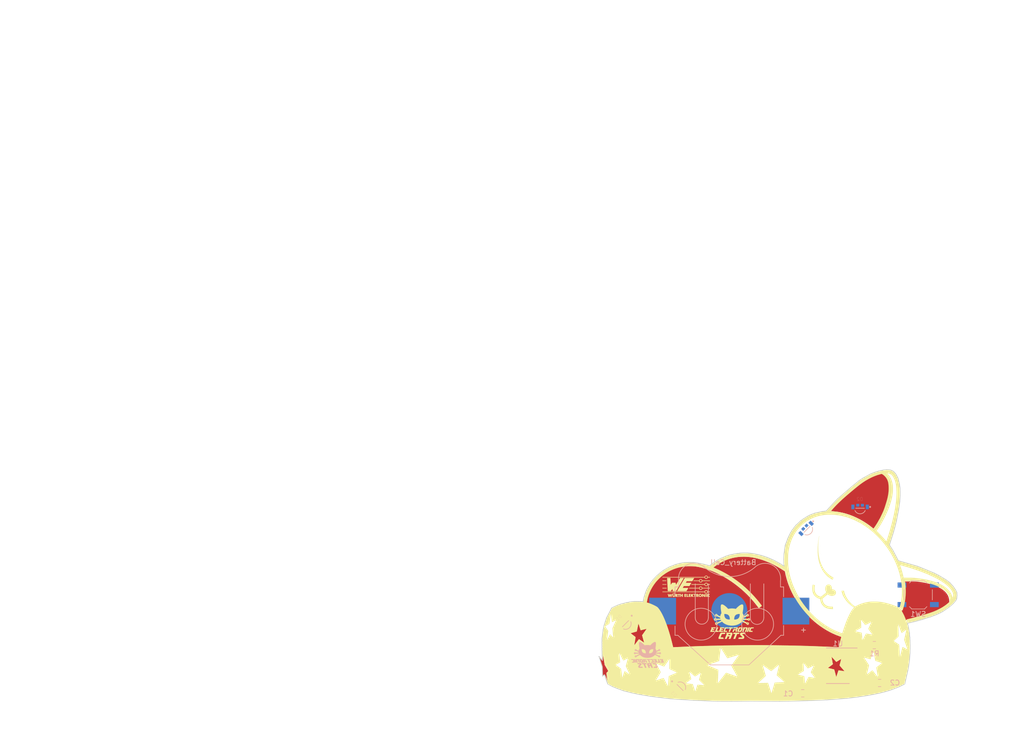
<source format=kicad_pcb>
(kicad_pcb (version 20171130) (host pcbnew "(5.1.5-0-10_14)")
  (layers (0 F.Cu signal) (31 B.Cu signal) (34 B.Paste user) (35 F.Paste user) (36 B.SilkS user) (37 F.SilkS user) (38 B.Mask user) (39 F.Mask user) (44 Edge.Cuts user))
  (net 0 "")
  (net 1 +BATT)
  (net 2 GND)
  (net 3 "Net-(C1-Pad1)")
  (net 4 /R1)
  (net 5 /G1)
  (net 6 /B1)
  (net 7 /B4)
  (net 8 /G4)
  (net 9 "Net-(D2-Pad4)")
  (net 10 /R4)
  (net 11 /B3)
  (net 12 /G2)
  (net 13 /R2)
  (net 14 /R3)
  (net 15 /G3)
  (net 16 /RST)
  (net 17 /B2)
  (net 18 "Net-(U1-Pad13)")
  (net 19 "Net-(U1-Pad14)")
  (net 20 "Net-(U1-Pad16)")
  (net 21 "Net-(U1-Pad17)")
  (net 22 /SWIM)
  (module Aesthetics:electronic_cats_logo_8x6 (layer F.Cu) (at 139.46 119.4)
    (fp_text reference G*** hide)
    (fp_text value LOGO hide)
  )
  (module Aesthetics:electronic_cats_logo_4x3 (layer B.Cu) (at 123.03 125.86 180)
    (fp_text reference G*** hide)
    (fp_text value LOGO hide)
  )
  (module BadgeSam (layer F.Cu) (at 148.44 112.36)
    (fp_text reference Ref** hide)
    (fp_text value Val** hide)
    (fp_poly (pts (xy 20.195999 -21.710211) (xy 20.276543 -21.677249) (xy 20.37697 -21.61642) (xy 20.49109 -21.533207) (xy 20.61271 -21.433091) (xy 20.735638 -21.321555) (xy 20.853681 -21.20408) (xy 20.960647 -21.086148) (xy 21.050345 -20.973242) (xy 21.084921 -20.92325) (xy 21.223217 -20.687981) (xy 21.333187 -20.45117) (xy 21.411344 -20.220983) (xy 21.441934 -20.087166) (xy 21.458117 -20.01212) (xy 21.475613 -19.952152) (xy 21.489324 -19.92243) (xy 21.498812 -19.890594) (xy 21.507965 -19.822239) (xy 21.516554 -19.723178) (xy 21.524347 -19.599226) (xy 21.531114 -19.456195) (xy 21.536624 -19.299901) (xy 21.540647 -19.136156) (xy 21.542951 -18.970775) (xy 21.543305 -18.809571) (xy 21.54148 -18.658358) (xy 21.540754 -18.626666) (xy 21.52313 -18.272559) (xy 21.48737 -17.915166) (xy 21.432433 -17.549144) (xy 21.357276 -17.16915) (xy 21.260859 -16.76984) (xy 21.142138 -16.345872) (xy 21.018694 -15.949083) (xy 20.974767 -15.812764) (xy 20.930769 -15.67495) (xy 20.890208 -15.546719) (xy 20.856594 -15.439153) (xy 20.837714 -15.377583) (xy 20.724493 -15.034307) (xy 20.583648 -14.662003) (xy 20.416101 -14.262903) (xy 20.222774 -13.839242) (xy 20.085588 -13.555525) (xy 20.028214 -13.43864) (xy 19.977852 -13.334784) (xy 19.937322 -13.249879) (xy 19.909445 -13.189845) (xy 19.897042 -13.160603) (xy 19.896666 -13.158968) (xy 19.886362 -13.134984) (xy 19.859558 -13.086482) (xy 19.827985 -13.033693) (xy 19.786797 -12.966405) (xy 19.752047 -12.90812) (xy 19.717605 -12.848088) (xy 19.677338 -12.77556) (xy 19.625116 -12.679785) (xy 19.60559 -12.643784) (xy 19.539959 -12.523343) (xy 19.484286 -12.42321) (xy 19.432796 -12.333701) (xy 19.379712 -12.245128) (xy 19.319259 -12.147807) (xy 19.245663 -12.03205) (xy 19.178435 -11.927416) (xy 19.077495 -11.771912) (xy 18.977916 -11.620772) (xy 18.882737 -11.478425) (xy 18.794997 -11.349298) (xy 18.717733 -11.23782) (xy 18.653986 -11.148417) (xy 18.606793 -11.085519) (xy 18.579192 -11.053553) (xy 18.578142 -11.052645) (xy 18.559461 -11.045902) (xy 18.531289 -11.054269) (xy 18.487903 -11.081196) (xy 18.423581 -11.130134) (xy 18.349598 -11.190432) (xy 17.770405 -11.64604) (xy 17.170372 -12.072009) (xy 16.552366 -12.466971) (xy 15.919252 -12.829556) (xy 15.273899 -13.158397) (xy 14.619173 -13.452125) (xy 13.957941 -13.709371) (xy 13.293069 -13.928769) (xy 12.627425 -14.108948) (xy 11.963875 -14.24854) (xy 11.930325 -14.254515) (xy 11.744128 -14.285211) (xy 11.538877 -14.315293) (xy 11.32256 -14.343886) (xy 11.103163 -14.370114) (xy 10.888676 -14.393101) (xy 10.687086 -14.41197) (xy 10.50638 -14.425846) (xy 10.354547 -14.433854) (xy 10.279929 -14.435481) (xy 10.261313 -14.440433) (xy 10.264708 -14.45979) (xy 10.292647 -14.500715) (xy 10.311679 -14.525256) (xy 10.519622 -14.779287) (xy 10.759214 -15.054105) (xy 11.027271 -15.34644) (xy 11.320609 -15.653025) (xy 11.636043 -15.970589) (xy 11.970388 -16.295864) (xy 12.320461 -16.62558) (xy 12.657666 -16.933619) (xy 12.817469 -17.076036) (xy 13.001454 -17.237512) (xy 13.205776 -17.414828) (xy 13.426591 -17.604765) (xy 13.660054 -17.804106) (xy 13.902321 -18.009633) (xy 14.149547 -18.218126) (xy 14.397888 -18.426367) (xy 14.6435 -18.631138) (xy 14.882538 -18.829222) (xy 15.111157 -19.017398) (xy 15.325513 -19.192449) (xy 15.521762 -19.351157) (xy 15.69606 -19.490303) (xy 15.844561 -19.606668) (xy 15.917333 -19.662436) (xy 16.476814 -20.066733) (xy 17.033927 -20.429572) (xy 17.589996 -20.751666) (xy 18.146343 -21.033728) (xy 18.704292 -21.276472) (xy 19.265166 -21.480612) (xy 19.325166 -21.500121) (xy 19.507865 -21.556954) (xy 19.679701 -21.606779) (xy 19.835674 -21.64839) (xy 19.970783 -21.680581) (xy 20.080027 -21.702144) (xy 20.158406 -21.711874) (xy 20.195999 -21.710211)) (layer F.Cu) (width 0.01))
    (fp_poly (pts (xy 25.870236 -0.772113) (xy 26.083997 -0.771652) (xy 26.264624 -0.770751) (xy 26.416717 -0.769262) (xy 26.544876 -0.767037) (xy 26.653701 -0.763927) (xy 26.747791 -0.759784) (xy 26.831746 -0.75446) (xy 26.910166 -0.747807) (xy 26.987651 -0.739677) (xy 27.0688 -0.729921) (xy 27.1145 -0.724088) (xy 27.331015 -0.695972) (xy 27.512018 -0.672099) (xy 27.664004 -0.651471) (xy 27.79347 -0.63309) (xy 27.906909 -0.615957) (xy 28.010819 -0.599075) (xy 28.111694 -0.581446) (xy 28.216029 -0.562072) (xy 28.330321 -0.539954) (xy 28.392081 -0.527782) (xy 28.951563 -0.406458) (xy 29.481189 -0.269996) (xy 29.979767 -0.118946) (xy 30.446108 0.046143) (xy 30.879018 0.224718) (xy 31.277306 0.416229) (xy 31.639782 0.620126) (xy 31.965253 0.835859) (xy 32.252527 1.062877) (xy 32.500415 1.300628) (xy 32.605804 1.419286) (xy 32.803939 1.679789) (xy 32.961605 1.942664) (xy 33.08061 2.212439) (xy 33.162762 2.493641) (xy 33.209872 2.790796) (xy 33.221393 2.959915) (xy 33.232714 3.249084) (xy 33.046165 3.412942) (xy 32.682084 3.7165) (xy 32.305837 3.997195) (xy 31.910175 4.259798) (xy 31.48785 4.509078) (xy 31.031613 4.749804) (xy 30.961582 4.784594) (xy 30.781285 4.872005) (xy 30.60352 4.954863) (xy 30.424972 5.034332) (xy 30.242327 5.111579) (xy 30.05227 5.187769) (xy 29.851485 5.264067) (xy 29.636659 5.341637) (xy 29.404476 5.421647) (xy 29.151622 5.50526) (xy 28.874783 5.593643) (xy 28.570642 5.68796) (xy 28.235887 5.789377) (xy 27.867201 5.899059) (xy 27.46127 6.018172) (xy 27.410833 6.032882) (xy 27.207498 6.091705) (xy 26.991799 6.153296) (xy 26.767605 6.216609) (xy 26.538783 6.280601) (xy 26.309202 6.344227) (xy 26.08273 6.406442) (xy 25.863236 6.466202) (xy 25.654587 6.522462) (xy 25.460652 6.574178) (xy 25.285299 6.620305) (xy 25.132397 6.659799) (xy 25.005813 6.691616) (xy 24.909417 6.71471) (xy 24.847075 6.728038) (xy 24.825392 6.731) (xy 24.804079 6.711256) (xy 24.771154 6.653691) (xy 24.727896 6.560807) (xy 24.681776 6.450542) (xy 24.570578 6.184223) (xy 24.449774 5.912316) (xy 24.325302 5.64758) (xy 24.203096 5.402776) (xy 24.130843 5.266187) (xy 23.981041 4.990352) (xy 24.085822 4.670051) (xy 24.237722 4.166299) (xy 24.360284 3.669917) (xy 24.457728 3.162796) (xy 24.498497 2.898512) (xy 24.528107 2.68221) (xy 24.551967 2.485676) (xy 24.57064 2.300092) (xy 24.58469 2.116639) (xy 24.594679 1.926499) (xy 24.601173 1.720852) (xy 24.604733 1.490879) (xy 24.605924 1.227761) (xy 24.60593 1.217084) (xy 24.604769 0.933946) (xy 24.600663 0.683645) (xy 24.593076 0.456753) (xy 24.581472 0.243842) (xy 24.565318 0.035484) (xy 24.544079 -0.177749) (xy 24.517219 -0.405285) (xy 24.511196 -0.452781) (xy 24.498192 -0.560362) (xy 24.488545 -0.652251) (xy 24.482959 -0.720652) (xy 24.482143 -0.757768) (xy 24.48318 -0.762) (xy 24.505684 -0.764007) (xy 24.566587 -0.765879) (xy 24.661956 -0.767579) (xy 24.787857 -0.769073) (xy 24.940357 -0.770324) (xy 25.115522 -0.771297) (xy 25.309418 -0.771957) (xy 25.518112 -0.772267) (xy 25.618742 -0.772282) (xy 25.870236 -0.772113)) (layer F.Cu) (width 0.01))
    (fp_poly (pts (xy -27.138677 7.313768) (xy -27.135679 7.316795) (xy -27.12568 7.340543) (xy -27.10469 7.399783) (xy -27.074337 7.489599) (xy -27.03625 7.605075) (xy -26.992055 7.741294) (xy -26.943382 7.89334) (xy -26.912611 7.990417) (xy -26.862412 8.149031) (xy -26.816225 8.294313) (xy -26.775598 8.421445) (xy -26.742078 8.525608) (xy -26.717214 8.601987) (xy -26.702554 8.645762) (xy -26.699275 8.654407) (xy -26.677966 8.651619) (xy -26.620788 8.639878) (xy -26.532972 8.620373) (xy -26.419748 8.594295) (xy -26.286347 8.562833) (xy -26.138 8.527178) (xy -26.108624 8.520044) (xy -25.957845 8.483764) (xy -25.820832 8.451557) (xy -25.702855 8.4246) (xy -25.609182 8.404072) (xy -25.545081 8.391148) (xy -25.515821 8.387007) (xy -25.514644 8.387301) (xy -25.524508 8.405939) (xy -25.556713 8.454907) (xy -25.608581 8.53039) (xy -25.677432 8.628568) (xy -25.760589 8.745625) (xy -25.855371 8.877744) (xy -25.959101 9.021107) (xy -25.968156 9.033566) (xy -26.431113 9.670387) (xy -26.230096 10.402594) (xy -26.18414 10.571395) (xy -26.142495 10.727084) (xy -26.106348 10.865011) (xy -26.076886 10.980529) (xy -26.055296 11.068988) (xy -26.042763 11.125739) (xy -26.04033 11.146052) (xy -26.05973 11.13713) (xy -26.108986 11.106367) (xy -26.183671 11.056761) (xy -26.279359 10.991308) (xy -26.391625 10.913006) (xy -26.516043 10.824852) (xy -26.541275 10.806819) (xy -26.667993 10.716537) (xy -26.783724 10.634874) (xy -26.883961 10.564947) (xy -26.964198 10.509871) (xy -27.019931 10.472763) (xy -27.046653 10.456738) (xy -27.048042 10.456334) (xy -27.064377 10.472596) (xy -27.10319 10.518839) (xy -27.161467 10.591245) (xy -27.236195 10.685996) (xy -27.324361 10.799275) (xy -27.42295 10.927264) (xy -27.516581 11.049876) (xy -27.621989 11.188142) (xy -27.719592 11.315565) (xy -27.806368 11.428248) (xy -27.879299 11.522294) (xy -27.935362 11.593807) (xy -27.97154 11.638889) (xy -27.984519 11.653601) (xy -27.992683 11.642706) (xy -27.991214 11.602686) (xy -27.990025 11.594516) (xy -27.984182 11.557919) (xy -27.972465 11.484781) (xy -27.955717 11.380361) (xy -27.934782 11.249915) (xy -27.910503 11.0987) (xy -27.883725 10.931973) (xy -27.858323 10.773865) (xy -27.737589 10.02248) (xy -28.232619 9.644082) (xy -28.363498 9.542985) (xy -28.478073 9.452397) (xy -28.57292 9.375171) (xy -28.644614 9.314161) (xy -28.68973 9.27222) (xy -28.704843 9.252201) (xy -28.704229 9.251211) (xy -28.678531 9.241909) (xy -28.617424 9.22274) (xy -28.526251 9.195288) (xy -28.410356 9.161141) (xy -28.275085 9.121884) (xy -28.125782 9.079104) (xy -28.091327 9.069304) (xy -27.501846 8.901873) (xy -27.359057 8.245062) (xy -27.310703 8.022707) (xy -27.270509 7.838263) (xy -27.237643 7.688272) (xy -27.211272 7.569276) (xy -27.190566 7.477818) (xy -27.174691 7.410441) (xy -27.162816 7.363688) (xy -27.15411 7.334102) (xy -27.147739 7.318224) (xy -27.142872 7.312599) (xy -27.138677 7.313768)) (layer F.Cu) (width 0.01))
    (fp_poly (pts (xy -5.999572 -5.554202) (xy -5.346284 -5.484963) (xy -4.98721 -5.43002) (xy -4.334467 -5.299984) (xy -3.672478 -5.129703) (xy -3.002954 -4.919822) (xy -2.327604 -4.670988) (xy -1.64814 -4.383846) (xy -0.96627 -4.059042) (xy -0.283706 -3.697222) (xy -0.052917 -3.56654) (xy 0.090889 -3.482575) (xy 0.253573 -3.385543) (xy 0.427088 -3.280413) (xy 0.603387 -3.172155) (xy 0.774425 -3.065739) (xy 0.932156 -2.966134) (xy 1.068534 -2.878311) (xy 1.166261 -2.813521) (xy 1.284773 -2.733264) (xy 1.332791 -2.47259) (xy 1.390506 -2.188412) (xy 1.463606 -1.875593) (xy 1.549371 -1.543762) (xy 1.645083 -1.202548) (xy 1.748025 -0.861578) (xy 1.855478 -0.530481) (xy 1.964725 -0.218884) (xy 1.982987 -0.169333) (xy 2.298854 0.620507) (xy 2.653519 1.393662) (xy 3.046633 2.149556) (xy 3.477846 2.887612) (xy 3.946809 3.607256) (xy 4.453171 4.30791) (xy 4.996583 4.988999) (xy 5.395385 5.44996) (xy 5.894747 5.983384) (xy 6.420213 6.496363) (xy 6.968689 6.986808) (xy 7.537087 7.45263) (xy 8.122313 7.891739) (xy 8.721278 8.302048) (xy 9.33089 8.681468) (xy 9.948057 9.027909) (xy 10.569688 9.339283) (xy 11.192693 9.613502) (xy 11.813979 9.848476) (xy 11.995371 9.909629) (xy 12.096518 9.944191) (xy 12.181497 9.975931) (xy 12.243004 10.001914) (xy 12.273732 10.0192) (xy 12.275872 10.022417) (xy 12.271092 10.046615) (xy 12.257051 10.107813) (xy 12.234733 10.201936) (xy 12.205127 10.324908) (xy 12.169217 10.472655) (xy 12.127991 10.641102) (xy 12.082434 10.826175) (xy 12.033533 11.023799) (xy 12.03122 11.033125) (xy 11.785688 12.022667) (xy 11.655469 12.022462) (xy 11.588667 12.021128) (xy 11.490488 12.017586) (xy 11.371803 12.012301) (xy 11.243484 12.005738) (xy 11.176 12.001942) (xy 11.019178 11.993255) (xy 10.824925 11.983219) (xy 10.59811 11.972057) (xy 10.343605 11.959989) (xy 10.066281 11.947239) (xy 9.771011 11.934028) (xy 9.462665 11.920579) (xy 9.146116 11.907113) (xy 8.826233 11.893851) (xy 8.625416 11.885711) (xy 4.994559 11.760584) (xy 1.356342 11.676488) (xy -2.286127 11.633437) (xy -5.929742 11.631442) (xy -9.571395 11.670518) (xy -13.207978 11.750676) (xy -14.5415 11.790427) (xy -14.928281 11.803055) (xy -15.330007 11.816714) (xy -15.742369 11.831231) (xy -16.16106 11.846434) (xy -16.581771 11.862151) (xy -17.000195 11.878208) (xy -17.412023 11.894433) (xy -17.812946 11.910653) (xy -18.198657 11.926696) (xy -18.564848 11.942389) (xy -18.90721 11.957559) (xy -19.221436 11.972033) (xy -19.503216 11.98564) (xy -19.748244 11.998206) (xy -19.812 12.001641) (xy -19.94377 12.008431) (xy -20.07084 12.014255) (xy -20.182991 12.018698) (xy -20.270007 12.021345) (xy -20.309417 12.021905) (xy -20.436417 12.021956) (xy -20.64228 11.1897) (xy -20.815872 10.510767) (xy -20.994165 9.858032) (xy -21.176666 9.232712) (xy -21.362884 8.636025) (xy -21.552324 8.069189) (xy -21.744495 7.533419) (xy -21.938904 7.029934) (xy -22.135058 6.55995) (xy -22.332465 6.124685) (xy -22.530632 5.725357) (xy -22.729066 5.363181) (xy -22.927275 5.039376) (xy -23.124766 4.755159) (xy -23.321047 4.511746) (xy -23.364747 4.462995) (xy -23.430051 4.397968) (xy -23.497249 4.341146) (xy -23.552096 4.304543) (xy -23.553396 4.303886) (xy -23.605197 4.275814) (xy -23.680917 4.232045) (xy -23.768701 4.179518) (xy -23.825792 4.144475) (xy -24.109556 3.982045) (xy -24.423221 3.826851) (xy -24.754396 3.684304) (xy -25.090687 3.559817) (xy -25.353633 3.47728) (xy -25.46664 3.445486) (xy -25.546234 3.42033) (xy -25.596881 3.394197) (xy -25.623049 3.35947) (xy -25.629204 3.308531) (xy -25.619813 3.233766) (xy -25.599342 3.127558) (xy -25.589236 3.075533) (xy -25.498246 2.657491) (xy -25.38489 2.235387) (xy -25.252473 1.819116) (xy -25.104299 1.418573) (xy -24.943674 1.043653) (xy -24.837797 0.8255) (xy -24.554404 0.31659) (xy -24.236933 -0.168623) (xy -23.887236 -0.628833) (xy -23.507162 -1.062733) (xy -23.098563 -1.469013) (xy -22.66329 -1.846368) (xy -22.203194 -2.193489) (xy -21.720125 -2.509069) (xy -21.215934 -2.791801) (xy -20.692472 -3.040377) (xy -20.151591 -3.25349) (xy -19.59514 -3.429832) (xy -19.024971 -3.568096) (xy -18.486723 -3.660986) (xy -18.216754 -3.695184) (xy -17.961022 -3.719799) (xy -17.706957 -3.735509) (xy -17.44199 -3.74299) (xy -17.153552 -3.742919) (xy -17.009537 -3.740538) (xy -16.6325 -3.726768) (xy -16.277686 -3.700697) (xy -15.933043 -3.660676) (xy -15.586519 -3.60506) (xy -15.226062 -3.532202) (xy -14.871209 -3.448387) (xy -14.155767 -3.249415) (xy -13.43686 -3.00998) (xy -12.716775 -2.731562) (xy -11.997798 -2.41564) (xy -11.282216 -2.063692) (xy -10.572315 -1.677197) (xy -9.870381 -1.257633) (xy -9.178701 -0.80648) (xy -8.499562 -0.325217) (xy -7.835249 0.184679) (xy -7.188049 0.721728) (xy -6.560248 1.284451) (xy -5.954133 1.871369) (xy -5.37199 2.481004) (xy -4.924191 2.9851) (xy -4.808474 3.121455) (xy -4.681445 3.274162) (xy -4.547765 3.437368) (xy -4.412094 3.605222) (xy -4.279092 3.771875) (xy -4.15342 3.931473) (xy -4.039738 4.078168) (xy -3.942706 4.206106) (xy -3.866985 4.309438) (xy -3.848653 4.335437) (xy -3.81441 4.384624) (xy -3.548133 4.188823) (xy -3.44024 4.107279) (xy -3.361206 4.042743) (xy -3.313166 3.997086) (xy -3.298255 3.972183) (xy -3.299045 3.970303) (xy -3.31682 3.946731) (xy -3.355649 3.895191) (xy -3.411125 3.821536) (xy -3.478839 3.731618) (xy -3.547242 3.640774) (xy -4.116459 2.918883) (xy -4.721588 2.216683) (xy -5.359916 1.536541) (xy -6.028727 0.880825) (xy -6.725308 0.251902) (xy -7.446945 -0.34786) (xy -8.190923 -0.916093) (xy -8.954529 -1.45043) (xy -9.735047 -1.948504) (xy -10.397968 -2.335009) (xy -10.737655 -2.520017) (xy -11.092543 -2.704711) (xy -11.452733 -2.884265) (xy -11.808327 -3.053852) (xy -12.149427 -3.208647) (xy -12.466134 -3.343823) (xy -12.472256 -3.346336) (xy -12.560998 -3.384112) (xy -12.632621 -3.417234) (xy -12.679592 -3.442033) (xy -12.694506 -3.454588) (xy -12.673628 -3.478747) (xy -12.62327 -3.522882) (xy -12.548804 -3.58294) (xy -12.455602 -3.654866) (xy -12.349035 -3.734608) (xy -12.234475 -3.81811) (xy -12.117294 -3.901319) (xy -12.002864 -3.980181) (xy -11.959167 -4.009533) (xy -11.417867 -4.345452) (xy -10.863042 -4.64133) (xy -10.295209 -4.89706) (xy -9.714884 -5.112538) (xy -9.122585 -5.287658) (xy -8.518829 -5.422314) (xy -7.904133 -5.516402) (xy -7.279013 -5.569817) (xy -6.643987 -5.582452) (xy -5.999572 -5.554202)) (layer F.Cu) (width 0.01))
    (fp_poly (pts (xy 10.357521 13.781264) (xy 10.373314 13.799331) (xy 10.413183 13.844454) (xy 10.473066 13.912058) (xy 10.548899 13.997571) (xy 10.63662 14.09642) (xy 10.732167 14.204031) (xy 10.831477 14.315833) (xy 10.930487 14.427251) (xy 11.025134 14.533713) (xy 11.111356 14.630647) (xy 11.18509 14.713477) (xy 11.242274 14.777633) (xy 11.278844 14.818541) (xy 11.290209 14.831115) (xy 11.3067 14.833389) (xy 11.341747 14.821441) (xy 11.398436 14.793594) (xy 11.479852 14.748172) (xy 11.58908 14.683498) (xy 11.729205 14.597894) (xy 11.800416 14.553804) (xy 11.945548 14.464759) (xy 12.069485 14.390928) (xy 12.169197 14.334005) (xy 12.241653 14.295684) (xy 12.283824 14.27766) (xy 12.293696 14.278004) (xy 12.290176 14.304514) (xy 12.277091 14.36664) (xy 12.255711 14.45907) (xy 12.227303 14.576495) (xy 12.193136 14.713605) (xy 12.154478 14.865091) (xy 12.141518 14.915148) (xy 12.101192 15.070737) (xy 12.064202 15.214145) (xy 12.031934 15.339943) (xy 12.005773 15.442702) (xy 11.987107 15.516994) (xy 11.977321 15.557391) (xy 11.976321 15.562108) (xy 11.98885 15.588425) (xy 12.029772 15.643636) (xy 12.097901 15.726348) (xy 12.192056 15.835166) (xy 12.311052 15.968696) (xy 12.453705 16.125544) (xy 12.467166 16.140214) (xy 12.583827 16.267627) (xy 12.691182 16.38556) (xy 12.785901 16.490302) (xy 12.864656 16.578141) (xy 12.924114 16.645368) (xy 12.960947 16.68827) (xy 12.971946 16.702737) (xy 12.960811 16.714554) (xy 12.929613 16.711815) (xy 12.895576 16.705347) (xy 12.826007 16.693313) (xy 12.727187 16.676758) (xy 12.605399 16.656725) (xy 12.466924 16.634259) (xy 12.35075 16.615618) (xy 12.203769 16.59202) (xy 12.068717 16.570097) (xy 11.951835 16.55088) (xy 11.859367 16.535403) (xy 11.797554 16.524697) (xy 11.774534 16.520301) (xy 11.761132 16.519187) (xy 11.748223 16.525002) (xy 11.734215 16.541701) (xy 11.717517 16.573239) (xy 11.696536 16.623571) (xy 11.669681 16.69665) (xy 11.63536 16.796433) (xy 11.591981 16.926874) (xy 11.537951 17.091927) (xy 11.510408 17.176492) (xy 11.458211 17.335866) (xy 11.409848 17.481596) (xy 11.366926 17.608993) (xy 11.33105 17.713369) (xy 11.303826 17.790033) (xy 11.28686 17.834298) (xy 11.281988 17.8435) (xy 11.274469 17.823705) (xy 11.25804 17.767352) (xy 11.233906 17.678992) (xy 11.203268 17.563176) (xy 11.167332 17.424454) (xy 11.1273 17.267376) (xy 11.084375 17.096493) (xy 11.083218 17.091854) (xy 11.034367 16.896311) (xy 10.994405 16.737871) (xy 10.962063 16.612536) (xy 10.936074 16.516314) (xy 10.915168 16.445207) (xy 10.898079 16.395222) (xy 10.883537 16.362363) (xy 10.870275 16.342635) (xy 10.857024 16.332043) (xy 10.842517 16.326591) (xy 10.840103 16.325957) (xy 10.805142 16.317475) (xy 10.73497 16.300828) (xy 10.635607 16.27743) (xy 10.513079 16.248697) (xy 10.373406 16.216044) (xy 10.22461 16.18135) (xy 10.077066 16.146358) (xy 9.943697 16.113511) (xy 9.829879 16.084232) (xy 9.74099 16.059942) (xy 9.682407 16.042066) (xy 9.659508 16.032026) (xy 9.659404 16.031789) (xy 9.674419 16.014819) (xy 9.719503 15.976494) (xy 9.790349 15.920169) (xy 9.882652 15.849197) (xy 9.992103 15.766931) (xy 10.114398 15.676725) (xy 10.130072 15.665278) (xy 10.254352 15.574332) (xy 10.367183 15.491228) (xy 10.464101 15.419296) (xy 10.540644 15.361867) (xy 10.592351 15.32227) (xy 10.614758 15.303835) (xy 10.615248 15.303233) (xy 10.613464 15.279763) (xy 10.604358 15.219507) (xy 10.588772 15.127216) (xy 10.567548 15.007642) (xy 10.541531 14.865537) (xy 10.511562 14.705653) (xy 10.479749 14.539288) (xy 10.440187 14.333431) (xy 10.408411 14.165769) (xy 10.383886 14.03299) (xy 10.366079 13.931782) (xy 10.354456 13.858833) (xy 10.348482 13.81083) (xy 10.347623 13.784462) (xy 10.351346 13.776415) (xy 10.357521 13.781264)) (layer F.Cu) (width 0.01))
    (fp_poly (pts (xy -34.081162 13.362068) (xy -34.077233 13.385609) (xy -34.067041 13.446847) (xy -34.051262 13.54172) (xy -34.030571 13.666165) (xy -34.005643 13.816118) (xy -33.977154 13.987518) (xy -33.94578 14.1763) (xy -33.912196 14.378402) (xy -33.906976 14.409818) (xy -33.735618 15.441084) (xy -33.388393 16.035345) (xy -33.304486 16.179544) (xy -33.22788 16.31234) (xy -33.161103 16.429263) (xy -33.106684 16.525838) (xy -33.06715 16.597593) (xy -33.045029 16.640054) (xy -33.041167 16.649646) (xy -33.055375 16.671563) (xy -33.094058 16.716418) (xy -33.151304 16.777672) (xy -33.221084 16.848667) (xy -33.291342 16.921653) (xy -33.348755 16.987185) (xy -33.387309 17.037986) (xy -33.401 17.06639) (xy -33.397714 17.095134) (xy -33.388329 17.161031) (xy -33.373562 17.259451) (xy -33.354128 17.385766) (xy -33.330741 17.535345) (xy -33.304117 17.70356) (xy -33.27497 17.885782) (xy -33.262421 17.963681) (xy -33.232774 18.148907) (xy -33.205733 18.32085) (xy -33.18196 18.475086) (xy -33.162113 18.607191) (xy -33.146855 18.712741) (xy -33.136843 18.787313) (xy -33.132738 18.826483) (xy -33.132974 18.831363) (xy -33.145481 18.820727) (xy -33.162985 18.782397) (xy -33.163416 18.781206) (xy -33.175978 18.746178) (xy -33.200745 18.677057) (xy -33.235652 18.579603) (xy -33.278636 18.45958) (xy -33.327632 18.322749) (xy -33.380578 18.174874) (xy -33.385546 18.161) (xy -33.441589 18.005491) (xy -33.496743 17.854337) (xy -33.548339 17.714707) (xy -33.593712 17.59377) (xy -33.630193 17.498695) (xy -33.654367 17.438425) (xy -33.722369 17.276767) (xy -33.905092 17.389587) (xy -33.982152 17.435933) (xy -34.044878 17.471335) (xy -34.085325 17.491445) (xy -34.096112 17.494111) (xy -34.09831 17.471837) (xy -34.101082 17.411784) (xy -34.104298 17.318505) (xy -34.107829 17.196548) (xy -34.111547 17.050464) (xy -34.115323 16.884803) (xy -34.119028 16.704115) (xy -34.120187 16.643366) (xy -34.135968 15.800917) (xy -34.436847 14.842673) (xy -34.497233 14.649484) (xy -34.553287 14.46847) (xy -34.603797 14.303662) (xy -34.647552 14.159093) (xy -34.683342 14.038796) (xy -34.709954 13.946802) (xy -34.726179 13.887144) (xy -34.730822 13.863903) (xy -34.717124 13.874367) (xy -34.682438 13.914861) (xy -34.630268 13.98089) (xy -34.564118 14.067954) (xy -34.487493 14.171557) (xy -34.438167 14.239482) (xy -34.152417 14.635588) (xy -34.138911 14.435086) (xy -34.133755 14.339858) (xy -34.12888 14.216233) (xy -34.124746 14.078148) (xy -34.121811 13.939539) (xy -34.121182 13.895917) (xy -34.118763 13.783985) (xy -34.114573 13.672906) (xy -34.10909 13.569047) (xy -34.102791 13.478776) (xy -34.096154 13.408462) (xy -34.089655 13.364472) (xy -34.083773 13.353175) (xy -34.081162 13.362068)) (layer F.Cu) (width 0.01))
  )
  (module Aesthetics:wurth_4x4 (layer F.Cu) (at 130.556 112.522)
    (fp_text reference G*** hide)
    (fp_text value LOGO hide)
  )
  (module LOGO (layer F.Cu) (at 0 0)
    (fp_text reference G*** hide)
    (fp_text value LOGO hide)
  )
  (module BadgeSam:79523141 (layer B.Cu) (at 138.938 117.348 180)
    (fp_text reference BT1 hide)
    (fp_text value Battery_Cell (at 3.81 8.89 180) (layer B.SilkS) (effects (justify right bottom mirror)))
    (fp_text user + (at -13.7 -4.2 180) (layer B.SilkS) (effects (justify right bottom mirror)))
    (pad 1 smd rect (at -12.95 0) (size 5.2 5.2) (layers B.Cu B.Paste B.Mask) (net 1 +BATT))
    (pad 2 smd circle (at 0 0 180) (size 7 7) (layers B.Cu B.Paste B.Mask) (net 2 GND))
    (pad 1 smd rect (at 12.95 0 180) (size 5.2 5.2) (layers B.Cu B.Paste B.Mask) (net 1 +BATT))
  )
  (module Capacitor_SMD:C_0805_2012Metric_Pad1.15x1.40mm_HandSolder (layer B.Cu) (at 153.205 133.33 180)
    (fp_text reference C1 (at 2.84 -0.06) (layer B.SilkS) (effects (justify mirror)))
    (fp_text value 1uF)
    (pad 2 smd roundrect (at 1.025 0 180) (size 1.15 1.4) (layers B.Cu B.Paste B.Mask) (roundrect_rratio 0.217391) (net 2 GND))
    (pad 1 smd roundrect (at -1.025 0 180) (size 1.15 1.4) (layers B.Cu B.Paste B.Mask) (roundrect_rratio 0.217391) (net 3 "Net-(C1-Pad1)"))
  )
  (module Capacitor_SMD:C_0805_2012Metric_Pad1.15x1.40mm_HandSolder (layer B.Cu) (at 168.148 131.318)
    (fp_text reference C2 (at 2.975 -0.04 180) (layer B.SilkS) (effects (justify mirror)))
    (fp_text value 0.1uF)
    (pad 1 smd roundrect (at -1.025 0) (size 1.15 1.4) (layers B.Cu B.Paste B.Mask) (roundrect_rratio 0.217391) (net 1 +BATT))
    (pad 2 smd roundrect (at 1.025 0) (size 1.15 1.4) (layers B.Cu B.Paste B.Mask) (roundrect_rratio 0.217391) (net 2 GND))
  )
  (module BadgeSam:LED_155124M173200 (layer B.Cu) (at 118.59 119.62 225)
    (fp_text reference D1 (at 0.082103 1.508371 45) (layer B.SilkS) (effects (font (size 0.640835 0.640835) (thickness 0.015)) (justify mirror)))
    (fp_text value LED_RGBA)
    (pad 1 smd rect (at -1.4 0 225) (size 0.6 0.9) (layers B.Cu B.Paste B.Mask) (net 4 /R1))
    (pad 4 smd rect (at 1.4 0 225) (size 0.6 0.9) (layers B.Cu B.Paste B.Mask) (net 1 +BATT))
    (pad 2 smd rect (at -0.45 0.325 225) (size 0.6 0.55) (layers B.Cu B.Paste B.Mask) (net 5 /G1))
    (pad 3 smd rect (at 0.45 0.325 225) (size 0.6 0.55) (layers B.Cu B.Paste B.Mask) (net 6 /B1))
  )
  (module BadgeSam:LED_155124M173200 (layer B.Cu) (at 164.35 97.1 180)
    (fp_text reference D2 (at 0.082103 1.508371) (layer B.SilkS) (effects (font (size 0.640835 0.640835) (thickness 0.015)) (justify mirror)))
    (fp_text value LED_RGBA)
    (pad 3 smd rect (at 0.45 0.325 180) (size 0.6 0.55) (layers B.Cu B.Paste B.Mask) (net 7 /B4))
    (pad 2 smd rect (at -0.45 0.325 180) (size 0.6 0.55) (layers B.Cu B.Paste B.Mask) (net 8 /G4))
    (pad 4 smd rect (at 1.4 0 180) (size 0.6 0.9) (layers B.Cu B.Paste B.Mask) (net 9 "Net-(D2-Pad4)"))
    (pad 1 smd rect (at -1.4 0 180) (size 0.6 0.9) (layers B.Cu B.Paste B.Mask) (net 10 /R4))
  )
  (module BadgeSam:LED_155124M173200 (layer B.Cu) (at 129.190051 132.380051 315)
    (fp_text reference D3 (at 0.082103 1.508371 135) (layer B.SilkS) (effects (font (size 0.640835 0.640835) (thickness 0.015)) (justify mirror)))
    (fp_text value LED_RGBA)
    (pad 3 smd rect (at 0.45 0.325 315) (size 0.6 0.55) (layers B.Cu B.Paste B.Mask) (net 11 /B3))
    (pad 2 smd rect (at -0.45 0.325 315) (size 0.6 0.55) (layers B.Cu B.Paste B.Mask) (net 12 /G2))
    (pad 4 smd rect (at 1.4 0 315) (size 0.6 0.9) (layers B.Cu B.Paste B.Mask) (net 1 +BATT))
    (pad 1 smd rect (at -1.4 0 315) (size 0.6 0.9) (layers B.Cu B.Paste B.Mask) (net 13 /R2))
  )
  (module BadgeSam:LED_155124M173200 (layer B.Cu) (at 153.851612 101.278008 225)
    (fp_text reference D4 (at 0.082103 1.508371 225) (layer B.SilkS) (effects (font (size 0.640835 0.640835) (thickness 0.015)) (justify mirror)))
    (fp_text value LED_RGBA)
    (pad 1 smd rect (at -1.4 0 225) (size 0.6 0.9) (layers B.Cu B.Paste B.Mask) (net 14 /R3))
    (pad 4 smd rect (at 1.4 0 225) (size 0.6 0.9) (layers B.Cu B.Paste B.Mask) (net 1 +BATT))
    (pad 2 smd rect (at -0.45 0.325 225) (size 0.6 0.55) (layers B.Cu B.Paste B.Mask) (net 15 /G3))
    (pad 3 smd rect (at 0.45 0.325 225) (size 0.6 0.55) (layers B.Cu B.Paste B.Mask) (net 11 /B3))
  )
  (module Resistor_SMD:R_0805_2012Metric_Pad1.15x1.40mm_HandSolder (layer B.Cu) (at 167.123 123.952)
    (fp_text reference R1 (at 0 1.65) (layer B.SilkS) (effects (justify mirror)))
    (fp_text value 10K)
    (pad 2 smd roundrect (at 1.025 0) (size 1.15 1.4) (layers B.Cu B.Paste B.Mask) (roundrect_rratio 0.217391) (net 16 /RST))
    (pad 1 smd roundrect (at -1.025 0) (size 1.15 1.4) (layers B.Cu B.Paste B.Mask) (roundrect_rratio 0.217391) (net 1 +BATT))
  )
  (module Button_Switch_SMD:SW_SPST_TL3342 (layer B.Cu) (at 175.64 114.18)
    (fp_text reference SW1 (at 0 3.75) (layer B.SilkS) (effects (justify mirror)))
    (fp_text value RESET)
    (pad 1 smd rect (at -3.15 1.9) (size 1.7 1) (layers B.Cu B.Paste B.Mask) (net 16 /RST))
    (pad 1 smd rect (at 3.15 1.9) (size 1.7 1) (layers B.Cu B.Paste B.Mask) (net 16 /RST))
    (pad 2 smd rect (at -3.15 -1.9) (size 1.7 1) (layers B.Cu B.Paste B.Mask) (net 2 GND))
    (pad 2 smd rect (at 3.15 -1.9) (size 1.7 1) (layers B.Cu B.Paste B.Mask) (net 2 GND))
  )
  (module Package_SO:TSSOP-20_4.4x6.5mm_P0.65mm (layer B.Cu) (at 160.03 127.97 180)
    (fp_text reference U1 (at 0 4.3) (layer B.SilkS) (effects (justify mirror)))
    (fp_text value STM8S003F3P)
    (pad 1 smd rect (at -2.95 2.925 180) (size 1.45 0.45) (layers B.Cu B.Paste B.Mask) (net 8 /G4))
    (pad 2 smd rect (at -2.95 2.275 180) (size 1.45 0.45) (layers B.Cu B.Paste B.Mask) (net 7 /B4))
    (pad 3 smd rect (at -2.95 1.625 180) (size 1.45 0.45) (layers B.Cu B.Paste B.Mask) (net 10 /R4))
    (pad 4 smd rect (at -2.95 0.975 180) (size 1.45 0.45) (layers B.Cu B.Paste B.Mask) (net 16 /RST))
    (pad 5 smd rect (at -2.95 0.325 180) (size 1.45 0.45) (layers B.Cu B.Paste B.Mask) (net 5 /G1))
    (pad 6 smd rect (at -2.95 -0.325 180) (size 1.45 0.45) (layers B.Cu B.Paste B.Mask) (net 6 /B1))
    (pad 7 smd rect (at -2.95 -0.975 180) (size 1.45 0.45) (layers B.Cu B.Paste B.Mask) (net 2 GND))
    (pad 8 smd rect (at -2.95 -1.625 180) (size 1.45 0.45) (layers B.Cu B.Paste B.Mask) (net 3 "Net-(C1-Pad1)"))
    (pad 9 smd rect (at -2.95 -2.275 180) (size 1.45 0.45) (layers B.Cu B.Paste B.Mask) (net 1 +BATT))
    (pad 10 smd rect (at -2.95 -2.925 180) (size 1.45 0.45) (layers B.Cu B.Paste B.Mask) (net 4 /R1))
    (pad 11 smd rect (at 2.95 -2.925 180) (size 1.45 0.45) (layers B.Cu B.Paste B.Mask) (net 17 /B2))
    (pad 12 smd rect (at 2.95 -2.275 180) (size 1.45 0.45) (layers B.Cu B.Paste B.Mask) (net 12 /G2))
    (pad 13 smd rect (at 2.95 -1.625 180) (size 1.45 0.45) (layers B.Cu B.Paste B.Mask) (net 18 "Net-(U1-Pad13)"))
    (pad 14 smd rect (at 2.95 -0.975 180) (size 1.45 0.45) (layers B.Cu B.Paste B.Mask) (net 19 "Net-(U1-Pad14)"))
    (pad 15 smd rect (at 2.95 -0.325 180) (size 1.45 0.45) (layers B.Cu B.Paste B.Mask) (net 13 /R2))
    (pad 16 smd rect (at 2.95 0.325 180) (size 1.45 0.45) (layers B.Cu B.Paste B.Mask) (net 20 "Net-(U1-Pad16)"))
    (pad 17 smd rect (at 2.95 0.975 180) (size 1.45 0.45) (layers B.Cu B.Paste B.Mask) (net 21 "Net-(U1-Pad17)"))
    (pad 18 smd rect (at 2.95 1.625 180) (size 1.45 0.45) (layers B.Cu B.Paste B.Mask) (net 22 /SWIM))
    (pad 19 smd rect (at 2.95 2.275 180) (size 1.45 0.45) (layers B.Cu B.Paste B.Mask) (net 11 /B3))
    (pad 20 smd rect (at 2.95 2.925 180) (size 1.45 0.45) (layers B.Cu B.Paste B.Mask) (net 14 /R3))
  )
  (gr_line (start 127.31 108.75) (end 128.47 108.29) (layer Edge.Cuts) (width 0.15))
  (gr_line (start 126.66 109.11) (end 127.31 108.75) (layer Edge.Cuts) (width 0.15))
  (gr_line (start 126.08 109.45) (end 126.66 109.11) (layer Edge.Cuts) (width 0.15))
  (gr_line (start 125.51 109.9) (end 126.08 109.45) (layer Edge.Cuts) (width 0.15))
  (gr_line (start 124.81 110.51) (end 125.51 109.9) (layer Edge.Cuts) (width 0.15))
  (gr_line (start 124.14 111.21) (end 124.81 110.51) (layer Edge.Cuts) (width 0.15))
  (gr_line (start 123.52 112.04) (end 124.14 111.21) (layer Edge.Cuts) (width 0.15))
  (gr_line (start 123.19 112.62) (end 123.52 112.04) (layer Edge.Cuts) (width 0.15))
  (gr_line (start 122.94 113.06) (end 123.19 112.62) (layer Edge.Cuts) (width 0.15))
  (gr_line (start 122.74 113.5) (end 122.94 113.06) (layer Edge.Cuts) (width 0.15))
  (gr_line (start 122.56 114.03) (end 122.74 113.5) (layer Edge.Cuts) (width 0.15))
  (gr_line (start 122.37 114.64) (end 122.56 114.03) (layer Edge.Cuts) (width 0.15))
  (gr_line (start 122.17 115.52) (end 122.37 114.64) (layer Edge.Cuts) (width 0.15))
  (gr_line (start 121.73 115.48) (end 122.17 115.52) (layer Edge.Cuts) (width 0.15))
  (gr_line (start 121.31 115.48) (end 121.73 115.48) (layer Edge.Cuts) (width 0.15))
  (gr_line (start 120.83 115.47) (end 121.31 115.48) (layer Edge.Cuts) (width 0.15))
  (gr_line (start 120.45 115.48) (end 120.83 115.47) (layer Edge.Cuts) (width 0.15))
  (gr_line (start 119.99 115.52) (end 120.45 115.48) (layer Edge.Cuts) (width 0.15))
  (gr_line (start 119.53 115.59) (end 119.99 115.52) (layer Edge.Cuts) (width 0.15))
  (gr_line (start 118.98 115.69) (end 119.53 115.59) (layer Edge.Cuts) (width 0.15))
  (gr_line (start 118.4 115.84) (end 118.98 115.69) (layer Edge.Cuts) (width 0.15))
  (gr_line (start 117.89 115.97) (end 118.4 115.84) (layer Edge.Cuts) (width 0.15))
  (gr_line (start 117.15 116.22) (end 117.89 115.97) (layer Edge.Cuts) (width 0.15))
  (gr_line (start 116.09 116.72) (end 117.15 116.22) (layer Edge.Cuts) (width 0.15))
  (gr_line (start 115.09 118.62) (end 116.09 116.72) (layer Edge.Cuts) (width 0.15))
  (gr_line (start 114.82 119.44) (end 115.09 118.62) (layer Edge.Cuts) (width 0.15))
  (gr_line (start 114.6 120.12) (end 114.82 119.44) (layer Edge.Cuts) (width 0.15))
  (gr_line (start 114.41 120.99) (end 114.6 120.12) (layer Edge.Cuts) (width 0.15))
  (gr_line (start 114.23 122.43) (end 114.41 120.99) (layer Edge.Cuts) (width 0.15))
  (gr_line (start 114.19 122.77) (end 114.23 122.43) (layer Edge.Cuts) (width 0.15))
  (gr_line (start 114.18 123.43) (end 114.19 122.77) (layer Edge.Cuts) (width 0.15))
  (gr_line (start 114.19 123.92) (end 114.18 123.43) (layer Edge.Cuts) (width 0.15))
  (gr_line (start 114.19 124.41) (end 114.19 123.92) (layer Edge.Cuts) (width 0.15))
  (gr_line (start 114.2 124.88) (end 114.19 124.41) (layer Edge.Cuts) (width 0.15))
  (gr_line (start 114.23 126.03) (end 114.2 124.88) (layer Edge.Cuts) (width 0.15))
  (gr_line (start 114.26 126.92) (end 114.23 126.03) (layer Edge.Cuts) (width 0.15))
  (gr_line (start 113.6 126.15) (end 114.26 126.92) (layer Edge.Cuts) (width 0.15))
  (gr_line (start 114.24 128.18) (end 113.6 126.15) (layer Edge.Cuts) (width 0.15))
  (gr_line (start 114.3 129.97) (end 114.24 128.18) (layer Edge.Cuts) (width 0.15))
  (gr_line (start 114.37 129.93) (end 114.3 129.97) (layer Edge.Cuts) (width 0.15))
  (gr_line (start 114.69 129.72) (end 114.37 129.93) (layer Edge.Cuts) (width 0.15))
  (gr_line (start 115.12 131.02) (end 114.69 129.72) (layer Edge.Cuts) (width 0.15))
  (gr_line (start 115.32 131.52) (end 115.12 131.02) (layer Edge.Cuts) (width 0.15))
  (gr_line (start 116.21 132.01) (end 115.32 131.52) (layer Edge.Cuts) (width 0.15))
  (gr_line (start 117.02 132.34) (end 116.21 132.01) (layer Edge.Cuts) (width 0.15))
  (gr_line (start 117.71 132.59) (end 117.02 132.34) (layer Edge.Cuts) (width 0.15))
  (gr_line (start 118.4 132.84) (end 117.71 132.59) (layer Edge.Cuts) (width 0.15))
  (gr_line (start 119.09 133.01) (end 118.4 132.84) (layer Edge.Cuts) (width 0.15))
  (gr_line (start 119.86 133.21) (end 119.09 133.01) (layer Edge.Cuts) (width 0.15))
  (gr_line (start 120.69 133.39) (end 119.86 133.21) (layer Edge.Cuts) (width 0.15))
  (gr_line (start 121.53 133.56) (end 120.69 133.39) (layer Edge.Cuts) (width 0.15))
  (gr_line (start 122.11 133.65) (end 121.53 133.56) (layer Edge.Cuts) (width 0.15))
  (gr_line (start 122.86 133.78) (end 122.11 133.65) (layer Edge.Cuts) (width 0.15))
  (gr_line (start 123.59 133.91) (end 122.86 133.78) (layer Edge.Cuts) (width 0.15))
  (gr_line (start 125.21 134.12) (end 123.59 133.91) (layer Edge.Cuts) (width 0.15))
  (gr_line (start 127.47 134.39) (end 125.21 134.12) (layer Edge.Cuts) (width 0.15))
  (gr_line (start 129.61 134.54) (end 127.47 134.39) (layer Edge.Cuts) (width 0.15))
  (gr_line (start 131.24 134.63) (end 129.61 134.54) (layer Edge.Cuts) (width 0.15))
  (gr_line (start 132.02 134.69) (end 131.24 134.63) (layer Edge.Cuts) (width 0.15))
  (gr_line (start 132.97 134.72) (end 132.02 134.69) (layer Edge.Cuts) (width 0.15))
  (gr_line (start 134.07 134.77) (end 132.97 134.72) (layer Edge.Cuts) (width 0.15))
  (gr_line (start 135.6 134.84) (end 134.07 134.77) (layer Edge.Cuts) (width 0.15))
  (gr_line (start 136.7 134.86) (end 135.6 134.84) (layer Edge.Cuts) (width 0.15))
  (gr_line (start 139.34 134.87) (end 136.7 134.86) (layer Edge.Cuts) (width 0.15))
  (gr_line (start 141.25 134.86) (end 139.34 134.87) (layer Edge.Cuts) (width 0.15))
  (gr_line (start 143.11 134.84) (end 141.25 134.86) (layer Edge.Cuts) (width 0.15))
  (gr_line (start 148.75 134.87) (end 143.11 134.84) (layer Edge.Cuts) (width 0.15))
  (gr_line (start 150.51 134.85) (end 148.75 134.87) (layer Edge.Cuts) (width 0.15))
  (gr_line (start 154.06 134.76) (end 150.51 134.85) (layer Edge.Cuts) (width 0.15))
  (gr_line (start 156.52 134.66) (end 154.06 134.76) (layer Edge.Cuts) (width 0.15))
  (gr_line (start 157.92 134.6) (end 156.52 134.66) (layer Edge.Cuts) (width 0.15))
  (gr_line (start 161.78 134.3) (end 157.92 134.6) (layer Edge.Cuts) (width 0.15))
  (gr_line (start 162.81 134.18) (end 161.78 134.3) (layer Edge.Cuts) (width 0.15))
  (gr_line (start 163.96 134.03) (end 162.81 134.18) (layer Edge.Cuts) (width 0.15))
  (gr_line (start 165.7 133.77) (end 163.96 134.03) (layer Edge.Cuts) (width 0.15))
  (gr_line (start 166.92 133.54) (end 165.7 133.77) (layer Edge.Cuts) (width 0.15))
  (gr_line (start 168.15 133.29) (end 166.92 133.54) (layer Edge.Cuts) (width 0.15))
  (gr_line (start 169.34 132.98) (end 168.15 133.29) (layer Edge.Cuts) (width 0.15))
  (gr_line (start 170.14 132.74) (end 169.34 132.98) (layer Edge.Cuts) (width 0.15))
  (gr_line (start 170.71 132.54) (end 170.14 132.74) (layer Edge.Cuts) (width 0.15))
  (gr_line (start 171.37 132.29) (end 170.71 132.54) (layer Edge.Cuts) (width 0.15))
  (gr_line (start 171.98 132.04) (end 171.37 132.29) (layer Edge.Cuts) (width 0.15))
  (gr_line (start 172.59 131.74) (end 171.98 132.04) (layer Edge.Cuts) (width 0.15))
  (gr_line (start 173.04 131.49) (end 172.59 131.74) (layer Edge.Cuts) (width 0.15))
  (gr_line (start 173.62 128.94) (end 173.04 131.49) (layer Edge.Cuts) (width 0.15))
  (gr_line (start 173.78 128.14) (end 173.62 128.94) (layer Edge.Cuts) (width 0.15))
  (gr_line (start 173.96 126.79) (end 173.78 128.14) (layer Edge.Cuts) (width 0.15))
  (gr_line (start 174.06 125.5) (end 173.96 126.79) (layer Edge.Cuts) (width 0.15))
  (gr_line (start 174.08 124.54) (end 174.06 125.5) (layer Edge.Cuts) (width 0.15))
  (gr_line (start 174.08 123.95) (end 174.08 124.54) (layer Edge.Cuts) (width 0.15))
  (gr_line (start 174.04 123.05) (end 174.08 123.95) (layer Edge.Cuts) (width 0.15))
  (gr_line (start 174.03 122.51) (end 174.04 123.05) (layer Edge.Cuts) (width 0.15))
  (gr_line (start 173.97 122.04) (end 174.03 122.51) (layer Edge.Cuts) (width 0.15))
  (gr_line (start 173.96 121.62) (end 173.97 122.04) (layer Edge.Cuts) (width 0.15))
  (gr_line (start 173.89 121.32) (end 173.96 121.62) (layer Edge.Cuts) (width 0.15))
  (gr_line (start 173.84 120.98) (end 173.89 121.32) (layer Edge.Cuts) (width 0.15))
  (gr_line (start 173.78 120.56) (end 173.84 120.98) (layer Edge.Cuts) (width 0.15))
  (gr_line (start 173.68 120.17) (end 173.78 120.56) (layer Edge.Cuts) (width 0.15))
  (gr_line (start 173.58 119.71) (end 173.68 120.17) (layer Edge.Cuts) (width 0.15))
  (gr_line (start 175.23 119.31) (end 173.58 119.71) (layer Edge.Cuts) (width 0.15))
  (gr_line (start 176.48 118.97) (end 175.23 119.31) (layer Edge.Cuts) (width 0.15))
  (gr_line (start 177.32 118.69) (end 176.48 118.97) (layer Edge.Cuts) (width 0.15))
  (gr_line (start 178.04 118.47) (end 177.32 118.69) (layer Edge.Cuts) (width 0.15))
  (gr_line (start 179.13 118.06) (end 178.04 118.47) (layer Edge.Cuts) (width 0.15))
  (gr_line (start 179.85 117.73) (end 179.13 118.06) (layer Edge.Cuts) (width 0.15))
  (gr_line (start 180.48 117.39) (end 179.85 117.73) (layer Edge.Cuts) (width 0.15))
  (gr_line (start 181.07 116.98) (end 180.48 117.39) (layer Edge.Cuts) (width 0.15))
  (gr_line (start 181.59 116.62) (end 181.07 116.98) (layer Edge.Cuts) (width 0.15))
  (gr_line (start 182.02 116.27) (end 181.59 116.62) (layer Edge.Cuts) (width 0.15))
  (gr_line (start 182.5 115.83) (end 182.02 116.27) (layer Edge.Cuts) (width 0.15))
  (gr_line (start 182.78 115.5) (end 182.5 115.83) (layer Edge.Cuts) (width 0.15))
  (gr_line (start 182.98 115.25) (end 182.78 115.5) (layer Edge.Cuts) (width 0.15))
  (gr_line (start 183.11 115) (end 182.98 115.25) (layer Edge.Cuts) (width 0.15))
  (gr_line (start 183.15 114.8) (end 183.11 115) (layer Edge.Cuts) (width 0.15))
  (gr_line (start 183.2 114.28) (end 183.15 114.8) (layer Edge.Cuts) (width 0.15))
  (gr_line (start 183.16 113.74) (end 183.2 114.28) (layer Edge.Cuts) (width 0.15))
  (gr_line (start 182.92 113.23) (end 183.16 113.74) (layer Edge.Cuts) (width 0.15))
  (gr_line (start 182.43 112.52) (end 182.92 113.23) (layer Edge.Cuts) (width 0.15))
  (gr_line (start 181.82 111.84) (end 182.43 112.52) (layer Edge.Cuts) (width 0.15))
  (gr_line (start 181.1 111.29) (end 181.82 111.84) (layer Edge.Cuts) (width 0.15))
  (gr_line (start 180.17 110.72) (end 181.1 111.29) (layer Edge.Cuts) (width 0.15))
  (gr_line (start 179.46 110.31) (end 180.17 110.72) (layer Edge.Cuts) (width 0.15))
  (gr_line (start 178.77 109.97) (end 179.46 110.31) (layer Edge.Cuts) (width 0.15))
  (gr_line (start 176.79 109.14) (end 178.77 109.97) (layer Edge.Cuts) (width 0.15))
  (gr_line (start 176.1 108.86) (end 176.79 109.14) (layer Edge.Cuts) (width 0.15))
  (gr_line (start 175.48 108.62) (end 176.1 108.86) (layer Edge.Cuts) (width 0.15))
  (gr_line (start 171.79 107.55) (end 175.48 108.62) (layer Edge.Cuts) (width 0.15))
  (gr_line (start 170.72 105.52) (end 171.79 107.55) (layer Edge.Cuts) (width 0.15))
  (gr_line (start 170.06 104.49) (end 170.72 105.52) (layer Edge.Cuts) (width 0.15))
  (gr_line (start 170.87 101.94) (end 170.06 104.49) (layer Edge.Cuts) (width 0.15))
  (gr_line (start 171.14 100.95) (end 170.87 101.94) (layer Edge.Cuts) (width 0.15))
  (gr_line (start 171.42 99.83) (end 171.14 100.95) (layer Edge.Cuts) (width 0.15))
  (gr_line (start 171.65 98.65) (end 171.42 99.83) (layer Edge.Cuts) (width 0.15))
  (gr_line (start 171.85 97.66) (end 171.65 98.65) (layer Edge.Cuts) (width 0.15))
  (gr_line (start 172.07 96.09) (end 171.85 97.66) (layer Edge.Cuts) (width 0.15))
  (gr_line (start 172.14 94.88) (end 172.07 96.09) (layer Edge.Cuts) (width 0.15))
  (gr_line (start 172.14 94.27) (end 172.14 94.88) (layer Edge.Cuts) (width 0.15))
  (gr_line (start 172.12 93.42) (end 172.14 94.27) (layer Edge.Cuts) (width 0.15))
  (gr_line (start 172 92.64) (end 172.12 93.42) (layer Edge.Cuts) (width 0.15))
  (gr_line (start 171.83 91.98) (end 172 92.64) (layer Edge.Cuts) (width 0.15))
  (gr_line (start 171.74 91.56) (end 171.83 91.98) (layer Edge.Cuts) (width 0.15))
  (gr_line (start 171.53 91.16) (end 171.74 91.56) (layer Edge.Cuts) (width 0.15))
  (gr_line (start 171.37 90.84) (end 171.53 91.16) (layer Edge.Cuts) (width 0.15))
  (gr_line (start 171.19 90.57) (end 171.37 90.84) (layer Edge.Cuts) (width 0.15))
  (gr_line (start 170.99 90.35) (end 171.19 90.57) (layer Edge.Cuts) (width 0.15))
  (gr_line (start 170.85 90.22) (end 170.99 90.35) (layer Edge.Cuts) (width 0.15))
  (gr_line (start 170.66 90.09) (end 170.85 90.22) (layer Edge.Cuts) (width 0.15))
  (gr_line (start 170.31 89.94) (end 170.66 90.09) (layer Edge.Cuts) (width 0.15))
  (gr_line (start 169.97 89.88) (end 170.31 89.94) (layer Edge.Cuts) (width 0.15))
  (gr_line (start 169.53 89.86) (end 169.97 89.88) (layer Edge.Cuts) (width 0.15))
  (gr_line (start 168.99 89.91) (end 169.53 89.86) (layer Edge.Cuts) (width 0.15))
  (gr_line (start 168.01 90.12) (end 168.99 89.91) (layer Edge.Cuts) (width 0.15))
  (gr_line (start 167.09 90.4) (end 168.01 90.12) (layer Edge.Cuts) (width 0.15))
  (gr_line (start 166.41 90.68) (end 167.09 90.4) (layer Edge.Cuts) (width 0.15))
  (gr_line (start 165.68 91.08) (end 166.41 90.68) (layer Edge.Cuts) (width 0.15))
  (gr_line (start 164.8 91.57) (end 165.68 91.08) (layer Edge.Cuts) (width 0.15))
  (gr_line (start 164.11 92.02) (end 164.8 91.57) (layer Edge.Cuts) (width 0.15))
  (gr_line (start 163.98 92.14) (end 164.11 92.02) (layer Edge.Cuts) (width 0.15))
  (gr_line (start 162.81 93.09) (end 163.98 92.14) (layer Edge.Cuts) (width 0.15))
  (gr_line (start 160 95.51) (end 162.81 93.09) (layer Edge.Cuts) (width 0.15))
  (gr_line (start 157.75 97.9) (end 160 95.51) (layer Edge.Cuts) (width 0.15))
  (gr_line (start 156.96 97.99) (end 157.75 97.9) (layer Edge.Cuts) (width 0.15))
  (gr_line (start 156.31 98.14) (end 156.96 97.99) (layer Edge.Cuts) (width 0.15))
  (gr_line (start 155.55 98.31) (end 156.31 98.14) (layer Edge.Cuts) (width 0.15))
  (gr_line (start 155.04 98.5) (end 155.55 98.31) (layer Edge.Cuts) (width 0.15))
  (gr_line (start 154.49 98.72) (end 155.04 98.5) (layer Edge.Cuts) (width 0.15))
  (gr_line (start 153.97 99.02) (end 154.49 98.72) (layer Edge.Cuts) (width 0.15))
  (gr_line (start 153.39 99.38) (end 153.97 99.02) (layer Edge.Cuts) (width 0.15))
  (gr_line (start 152.77 99.83) (end 153.39 99.38) (layer Edge.Cuts) (width 0.15))
  (gr_line (start 152.27 100.31) (end 152.77 99.83) (layer Edge.Cuts) (width 0.15))
  (gr_line (start 151.87 100.66) (end 152.27 100.31) (layer Edge.Cuts) (width 0.15))
  (gr_line (start 151.51 101.13) (end 151.87 100.66) (layer Edge.Cuts) (width 0.15))
  (gr_line (start 151.15 101.61) (end 151.51 101.13) (layer Edge.Cuts) (width 0.15))
  (gr_line (start 150.8 102.18) (end 151.15 101.61) (layer Edge.Cuts) (width 0.15))
  (gr_line (start 150.54 102.71) (end 150.8 102.18) (layer Edge.Cuts) (width 0.15))
  (gr_line (start 150.29 103.24) (end 150.54 102.71) (layer Edge.Cuts) (width 0.15))
  (gr_line (start 150.12 103.73) (end 150.29 103.24) (layer Edge.Cuts) (width 0.15))
  (gr_line (start 149.92 104.24) (end 150.12 103.73) (layer Edge.Cuts) (width 0.15))
  (gr_line (start 149.8 104.56) (end 149.92 104.24) (layer Edge.Cuts) (width 0.15))
  (gr_line (start 149.69 105.33) (end 149.8 104.56) (layer Edge.Cuts) (width 0.15))
  (gr_line (start 149.63 105.81) (end 149.69 105.33) (layer Edge.Cuts) (width 0.15))
  (gr_line (start 149.56 106.24) (end 149.63 105.81) (layer Edge.Cuts) (width 0.15))
  (gr_line (start 149.54 106.77) (end 149.56 106.24) (layer Edge.Cuts) (width 0.15))
  (gr_line (start 149.52 107.25) (end 149.54 106.77) (layer Edge.Cuts) (width 0.15))
  (gr_line (start 149.53 107.84) (end 149.52 107.25) (layer Edge.Cuts) (width 0.15))
  (gr_line (start 149.56 108.6) (end 149.53 107.84) (layer Edge.Cuts) (width 0.15))
  (gr_line (start 149.11 108.3) (end 149.56 108.6) (layer Edge.Cuts) (width 0.15))
  (gr_line (start 148.2 107.78) (end 149.11 108.3) (layer Edge.Cuts) (width 0.15))
  (gr_line (start 147.51 107.42) (end 148.2 107.78) (layer Edge.Cuts) (width 0.15))
  (gr_line (start 146.9 107.15) (end 147.51 107.42) (layer Edge.Cuts) (width 0.15))
  (gr_line (start 146.32 106.91) (end 146.9 107.15) (layer Edge.Cuts) (width 0.15))
  (gr_line (start 145.71 106.7) (end 146.32 106.91) (layer Edge.Cuts) (width 0.15))
  (gr_line (start 145.18 106.53) (end 145.71 106.7) (layer Edge.Cuts) (width 0.15))
  (gr_line (start 144.67 106.4) (end 145.18 106.53) (layer Edge.Cuts) (width 0.15))
  (gr_line (start 143.84 106.22) (end 144.67 106.4) (layer Edge.Cuts) (width 0.15))
  (gr_line (start 143.31 106.13) (end 143.84 106.22) (layer Edge.Cuts) (width 0.15))
  (gr_line (start 142.89 106.09) (end 143.31 106.13) (layer Edge.Cuts) (width 0.15))
  (gr_line (start 142.52 106.05) (end 142.89 106.09) (layer Edge.Cuts) (width 0.15))
  (gr_line (start 142.14 106.05) (end 142.52 106.05) (layer Edge.Cuts) (width 0.15))
  (gr_line (start 141.74 106.05) (end 142.14 106.05) (layer Edge.Cuts) (width 0.15))
  (gr_line (start 141.39 106.06) (end 141.74 106.05) (layer Edge.Cuts) (width 0.15))
  (gr_line (start 141.04 106.08) (end 141.39 106.06) (layer Edge.Cuts) (width 0.15))
  (gr_line (start 140.73 106.12) (end 141.04 106.08) (layer Edge.Cuts) (width 0.15))
  (gr_line (start 140.49 106.14) (end 140.73 106.12) (layer Edge.Cuts) (width 0.15))
  (gr_line (start 140.12 106.21) (end 140.49 106.14) (layer Edge.Cuts) (width 0.15))
  (gr_line (start 139.75 106.28) (end 140.12 106.21) (layer Edge.Cuts) (width 0.15))
  (gr_line (start 139.25 106.38) (end 139.75 106.28) (layer Edge.Cuts) (width 0.15))
  (gr_line (start 138.85 106.48) (end 139.25 106.38) (layer Edge.Cuts) (width 0.15))
  (gr_line (start 138.22 106.69) (end 138.85 106.48) (layer Edge.Cuts) (width 0.15))
  (gr_line (start 137.79 106.89) (end 138.22 106.69) (layer Edge.Cuts) (width 0.15))
  (gr_line (start 137.26 107.1) (end 137.79 106.89) (layer Edge.Cuts) (width 0.15))
  (gr_line (start 136.61 107.46) (end 137.26 107.1) (layer Edge.Cuts) (width 0.15))
  (gr_line (start 136.14 107.77) (end 136.61 107.46) (layer Edge.Cuts) (width 0.15))
  (gr_line (start 135.57 108.16) (end 136.14 107.77) (layer Edge.Cuts) (width 0.15))
  (gr_line (start 135.11 108.56) (end 135.57 108.16) (layer Edge.Cuts) (width 0.15))
  (gr_line (start 134.68 108.42) (end 135.11 108.56) (layer Edge.Cuts) (width 0.15))
  (gr_line (start 133.93 108.23) (end 134.68 108.42) (layer Edge.Cuts) (width 0.15))
  (gr_line (start 133.26 108.09) (end 133.93 108.23) (layer Edge.Cuts) (width 0.15))
  (gr_line (start 132.67 107.97) (end 133.26 108.09) (layer Edge.Cuts) (width 0.15))
  (gr_line (start 131.98 107.89) (end 132.67 107.97) (layer Edge.Cuts) (width 0.15))
  (gr_line (start 131.37 107.88) (end 131.98 107.89) (layer Edge.Cuts) (width 0.15))
  (gr_line (start 130.99 107.88) (end 131.37 107.88) (layer Edge.Cuts) (width 0.15))
  (gr_line (start 130.27 107.91) (end 130.99 107.88) (layer Edge.Cuts) (width 0.15))
  (gr_line (start 129.84 107.97) (end 130.27 107.91) (layer Edge.Cuts) (width 0.15))
  (gr_line (start 129.32 108.06) (end 129.84 107.97) (layer Edge.Cuts) (width 0.15))
  (gr_line (start 128.47 108.29) (end 129.32 108.06) (layer Edge.Cuts) (width 0.15))
)
</source>
